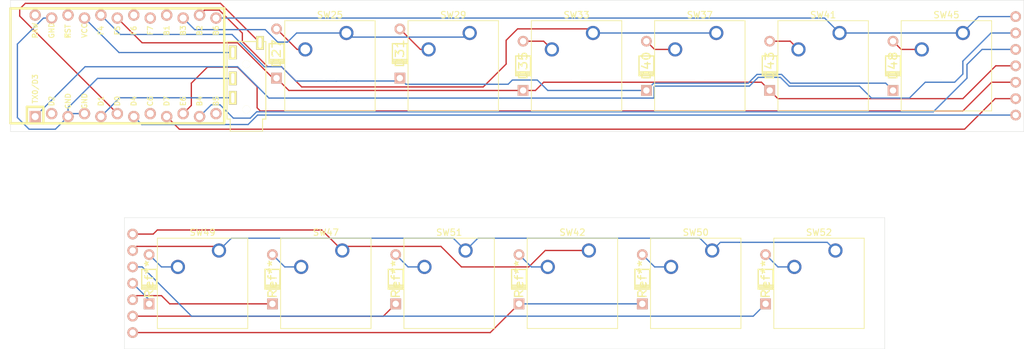
<source format=kicad_pcb>
(kicad_pcb (version 20221018) (generator pcbnew)
  (layers (0 "F.Cu" signal) (31 "B.Cu" signal) (34 "B.Paste" user) (35 "F.Paste" user) (36 "B.SilkS" user "B.Silkscreen") (37 "F.SilkS" user "F.Silkscreen") (38 "B.Mask" user) (39 "F.Mask" user) (44 "Edge.Cuts" user))
  (net 0 "")
  (net 1 "col3")
  (net 2 "Net-(D27-A)")
  (net 3 "Net-(D31-A)")
  (net 4 "col4")
  (net 5 "Net-(D35-A)")
  (net 6 "Net-(D40-A)")
  (net 7 "col5")
  (net 8 "Net-(D43-A)")
  (net 9 "Net-(D41-A)")
  (net 10 "Net-(D48-A)")
  (net 11 "Net-(D45-A)")
  (net 12 "col6")
  (net 13 "Net-(D51-A)")
  (net 14 "Net-(D49-A)")
  (net 15 "Net-(D50-A)")
  (net 16 "Net-(D52-A)")
  (net 17 "rowA")
  (net 18 "rowC")
  (net 19 "rowE")
  (net 20 "rowF")
  (net 21 "rowH")
  (net 22 "rowG")
  (net 23 "SCL")
  (net 24 "VCC")
  (net 25 "GND")
  (net 26 "SDA")
  (footprint "" (layer "F.Cu") (at 62.23 104.14)
    (fp_text reference "" (at 0 0) (layer "F.SilkS") (effects (font (size 1.27 1.27))))
    (fp_text value "" (at 0 0) (layer "F.SilkS") (effects (font (size 1.27 1.27))))
    (pad "1" thru_hole circle (at 0 0 270) (size 1.651 1.651) (drill 0.9906) (layers "*.Cu" "*.SilkS" "*.Mask") (net 7 "col5"))
  )
  (footprint "Library:Diode" (layer "F.Cu") (at 160.655 78.105 -90)
    (fp_text reference "D43" (at 0 0 90) (layer "F.SilkS") (effects (font (size 1.27 1.524) (thickness 0.2032))))
    (fp_text value "VAL**" hide)
    (pad "1" thru_hole circle (at -3.81 0 270) (size 1.651 1.651) (drill 0.9906) (layers "*.Cu" "*.SilkS" "*.Mask") (net 8 "Net-(D43-A)"))
    (pad "2" thru_hole rect (at 3.81 0 270) (size 1.651 1.651) (drill 0.9906) (layers "*.Cu" "*.SilkS" "*.Mask") (net 22 "rowG"))
  )
  (footprint "Library:Diode" (layer "F.Cu") (at 141.605 78.105 -90)
    (fp_text reference "D40" (at 0 0 90) (layer "F.SilkS") (effects (font (size 1.27 1.524) (thickness 0.2032))))
    (fp_text value "VAL**" hide)
    (pad "1" thru_hole circle (at -3.81 0 270) (size 1.651 1.651) (drill 0.9906) (layers "*.Cu" "*.SilkS" "*.Mask") (net 6 "Net-(D40-A)"))
    (pad "2" thru_hole rect (at 3.81 0 270) (size 1.651 1.651) (drill 0.9906) (layers "*.Cu" "*.SilkS" "*.Mask") (net 21 "rowH"))
  )
  (footprint "" (layer "F.Cu") (at 198.659114 78.105)
    (fp_text reference "" (at 0 0) (layer "F.SilkS") (effects (font (size 1.27 1.27))))
    (fp_text value "" (at 0 0) (layer "F.SilkS") (effects (font (size 1.27 1.27))))
    (pad "1" thru_hole circle (at 0 0 270) (size 1.651 1.651) (drill 0.9906) (layers "*.Cu" "*.SilkS" "*.Mask") (net 22 "rowG"))
  )
  (footprint "" (layer "F.Cu") (at 62.23 106.68)
    (fp_text reference "" (at 0 0) (layer "F.SilkS") (effects (font (size 1.27 1.27))))
    (fp_text value "" (at 0 0) (layer "F.SilkS") (effects (font (size 1.27 1.27))))
    (pad "1" thru_hole circle (at 0 0 270) (size 1.651 1.651) (drill 0.9906) (layers "*.Cu" "*.SilkS" "*.Mask") (net 12 "col6"))
  )
  (footprint "Library:Diode" (layer "F.Cu") (at 84.455 76.2 -90)
    (fp_text reference "D27" (at 0 0 90) (layer "F.SilkS") (effects (font (size 1.27 1.524) (thickness 0.2032))))
    (fp_text value "VAL**" hide)
    (pad "1" thru_hole circle (at -3.81 0 270) (size 1.651 1.651) (drill 0.9906) (layers "*.Cu" "*.SilkS" "*.Mask") (net 2 "Net-(D27-A)"))
    (pad "2" thru_hole rect (at 3.81 0 270) (size 1.651 1.651) (drill 0.9906) (layers "*.Cu" "*.SilkS" "*.Mask") (net 22 "rowG"))
  )
  (footprint "" (layer "F.Cu") (at 198.659114 83.185)
    (fp_text reference "" (at 0 0) (layer "F.SilkS") (effects (font (size 1.27 1.27))))
    (fp_text value "" (at 0 0) (layer "F.SilkS") (effects (font (size 1.27 1.27))))
    (pad "1" thru_hole circle (at 0 0 270) (size 1.651 1.651) (drill 0.9906) (layers "*.Cu" "*.SilkS" "*.Mask") (net 19 "rowE"))
  )
  (footprint "Library:Diode" (layer "F.Cu") (at 160.02 111.125 -90)
    (fp_text reference "Ref**" (at 0 0 90) (layer "F.SilkS") (effects (font (size 1.27 1.524) (thickness 0.2032))))
    (fp_text value "VAL**" hide)
    (pad "1" thru_hole circle (at -3.81 0 270) (size 1.651 1.651) (drill 0.9906) (layers "*.Cu" "*.SilkS" "*.Mask") (net 16 "Net-(D52-A)"))
    (pad "2" thru_hole rect (at 3.81 0 270) (size 1.651 1.651) (drill 0.9906) (layers "*.Cu" "*.SilkS" "*.Mask") (net 17 "rowA"))
  )
  (footprint "Library:Diode" (layer "F.Cu") (at 103.505 76.2 -90)
    (fp_text reference "D31" (at 0 0 90) (layer "F.SilkS") (effects (font (size 1.27 1.524) (thickness 0.2032))))
    (fp_text value "VAL**" hide)
    (pad "1" thru_hole circle (at -3.81 0 270) (size 1.651 1.651) (drill 0.9906) (layers "*.Cu" "*.SilkS" "*.Mask") (net 3 "Net-(D31-A)"))
    (pad "2" thru_hole rect (at 3.81 0 270) (size 1.651 1.651) (drill 0.9906) (layers "*.Cu" "*.SilkS" "*.Mask") (net 21 "rowH"))
  )
  (footprint "" (layer "F.Cu") (at 62.23 114.3)
    (fp_text reference "" (at 0 0) (layer "F.SilkS") (effects (font (size 1.27 1.27))))
    (fp_text value "" (at 0 0) (layer "F.SilkS") (effects (font (size 1.27 1.27))))
    (pad "1" thru_hole circle (at 0 0 270) (size 1.651 1.651) (drill 0.9906) (layers "*.Cu" "*.SilkS" "*.Mask") (net 20 "rowF"))
  )
  (footprint "Library:Diode" (layer "F.Cu") (at 64.77 111.125 -90)
    (fp_text reference "Ref**" (at 0 0 90) (layer "F.SilkS") (effects (font (size 1.27 1.524) (thickness 0.2032))))
    (fp_text value "VAL**" hide)
    (pad "1" thru_hole circle (at -3.81 0 270) (size 1.651 1.651) (drill 0.9906) (layers "*.Cu" "*.SilkS" "*.Mask") (net 13 "Net-(D51-A)"))
    (pad "2" thru_hole rect (at 3.81 0 270) (size 1.651 1.651) (drill 0.9906) (layers "*.Cu" "*.SilkS" "*.Mask") (net 22 "rowG"))
  )
  (footprint "Button_Switch_Keyboard:SW_Cherry_MX_1.00u_PCB" (layer "F.Cu") (at 170.815 106.68)
    (fp_text reference "SW52" (at -2.54 -2.794) (layer "F.SilkS"))
    (fp_text value "KEYSW")
    (pad "" np_thru_hole circle (at -7.62 5.08) (size 1.7 1.7) (drill 1.7) (layers "*.Cu" "*.Mask"))
    (pad "" np_thru_hole circle (at -2.54 5.08) (size 4 4) (drill 4) (layers "*.Cu" "*.Mask"))
    (pad "" np_thru_hole circle (at 2.54 5.08) (size 1.7 1.7) (drill 1.7) (layers "*.Cu" "*.Mask"))
    (pad "1" thru_hole circle (at 0 0) (size 2.2 2.2) (drill 1.5) (layers "*.Cu" "*.Mask") (net 12 "col6"))
    (pad "2" thru_hole circle (at -6.35 2.54) (size 2.2 2.2) (drill 1.5) (layers "*.Cu" "*.Mask") (net 16 "Net-(D52-A)"))
  )
  (footprint "Library:Diode" (layer "F.Cu") (at 102.87 111.125 -90)
    (fp_text reference "Ref**" (at 0 0 90) (layer "F.SilkS") (effects (font (size 1.27 1.524) (thickness 0.2032))))
    (fp_text value "VAL**" hide)
    (pad "1" thru_hole circle (at -3.81 0 270) (size 1.651 1.651) (drill 0.9906) (layers "*.Cu" "*.SilkS" "*.Mask") (net 15 "Net-(D50-A)"))
    (pad "2" thru_hole rect (at 3.81 0 270) (size 1.651 1.651) (drill 0.9906) (layers "*.Cu" "*.SilkS" "*.Mask") (net 19 "rowE"))
  )
  (footprint "Library:TRRS" (layer "F.Cu") (at 79.80017 86.347486 180)
    (fp_text reference "J2" hide)
    (fp_text value "4PIN" hide)
    (pad "" np_thru_hole circle (at 0 1.5 180) (size 1.2 1.2) (drill 1.2) (layers "*.Cu" "*.Mask" "F.SilkS"))
    (pad "" np_thru_hole circle (at 0 8.5 180) (size 1.2 1.2) (drill 1.2) (layers "*.Cu" "*.Mask" "F.SilkS"))
    (pad "1" thru_hole rect (at 2.1 10.3 180) (size 1.2 2.1) (drill oval 0.5 1.6) (layers "*.Cu" "*.Mask" "F.SilkS") (net 24 "VCC") (clearance 0.15))
    (pad "2" thru_hole rect (at 2.1 6.3 180) (size 1.2 2.1) (drill oval 0.5 1.6) (layers "*.Cu" "*.Mask" "F.SilkS") (net 25 "GND") (clearance 0.15))
    (pad "3" thru_hole rect (at 2.1 3.3 180) (size 1.2 2.1) (drill oval 0.5 1.6) (layers "*.Cu" "*.Mask" "F.SilkS") (net 26 "SDA") (clearance 0.15))
    (pad "4" thru_hole rect (at -2.1 11.8 180) (size 1.2 2.1) (drill oval 0.5 1.6) (layers "*.Cu" "*.Mask" "F.SilkS") (net 23 "SCL") (clearance 0.15))
  )
  (footprint "Library:Diode" (layer "F.Cu") (at 179.705 78.105 -90)
    (fp_text reference "D48" (at 0 0 90) (layer "F.SilkS") (effects (font (size 1.27 1.524) (thickness 0.2032))))
    (fp_text value "VAL**" hide)
    (pad "1" thru_hole circle (at -3.81 0 270) (size 1.651 1.651) (drill 0.9906) (layers "*.Cu" "*.SilkS" "*.Mask") (net 10 "Net-(D48-A)"))
    (pad "2" thru_hole rect (at 3.81 0 270) (size 1.651 1.651) (drill 0.9906) (layers "*.Cu" "*.SilkS" "*.Mask") (net 21 "rowH"))
  )
  (footprint "" (layer "F.Cu") (at 62.23 116.84)
    (fp_text reference "" (at 0 0) (layer "F.SilkS") (effects (font (size 1.27 1.27))))
    (fp_text value "" (at 0 0) (layer "F.SilkS") (effects (font (size 1.27 1.27))))
    (pad "1" thru_hole circle (at 0 0 270) (size 1.651 1.651) (drill 0.9906) (layers "*.Cu" "*.SilkS" "*.Mask") (net 19 "rowE"))
  )
  (footprint "Button_Switch_Keyboard:SW_Cherry_MX_1.00u_PCB" (layer "F.Cu") (at 95.25 73.025)
    (fp_text reference "SW25" (at -2.54 -2.794) (layer "F.SilkS"))
    (fp_text value "KEYSW")
    (pad "" np_thru_hole circle (at -7.62 5.08) (size 1.7 1.7) (drill 1.7) (layers "*.Cu" "*.Mask"))
    (pad "" np_thru_hole circle (at -2.54 5.08) (size 4 4) (drill 4) (layers "*.Cu" "*.Mask"))
    (pad "" np_thru_hole circle (at 2.54 5.08) (size 1.7 1.7) (drill 1.7) (layers "*.Cu" "*.Mask"))
    (pad "1" thru_hole circle (at 0 0) (size 2.2 2.2) (drill 1.5) (layers "*.Cu" "*.Mask") (net 1 "col3"))
    (pad "2" thru_hole circle (at -6.35 2.54) (size 2.2 2.2) (drill 1.5) (layers "*.Cu" "*.Mask") (net 2 "Net-(D27-A)"))
  )
  (footprint "Library:Diode" (layer "F.Cu") (at 122.555 78.105 -90)
    (fp_text reference "D35" (at 0 0 90) (layer "F.SilkS") (effects (font (size 1.27 1.524) (thickness 0.2032))))
    (fp_text value "VAL**" hide)
    (pad "1" thru_hole circle (at -3.81 0 270) (size 1.651 1.651) (drill 0.9906) (layers "*.Cu" "*.SilkS" "*.Mask") (net 5 "Net-(D35-A)"))
    (pad "2" thru_hole rect (at 3.81 0 270) (size 1.651 1.651) (drill 0.9906) (layers "*.Cu" "*.SilkS" "*.Mask") (net 22 "rowG"))
  )
  (footprint "Button_Switch_Keyboard:SW_Cherry_MX_1.00u_PCB" (layer "F.Cu") (at 152.4 73.025)
    (fp_text reference "SW37" (at -2.54 -2.794) (layer "F.SilkS"))
    (fp_text value "KEYSW")
    (pad "" np_thru_hole circle (at -7.62 5.08) (size 1.7 1.7) (drill 1.7) (layers "*.Cu" "*.Mask"))
    (pad "" np_thru_hole circle (at -2.54 5.08) (size 4 4) (drill 4) (layers "*.Cu" "*.Mask"))
    (pad "" np_thru_hole circle (at 2.54 5.08) (size 1.7 1.7) (drill 1.7) (layers "*.Cu" "*.Mask"))
    (pad "1" thru_hole circle (at 0 0) (size 2.2 2.2) (drill 1.5) (layers "*.Cu" "*.Mask") (net 4 "col4"))
    (pad "2" thru_hole circle (at -6.35 2.54) (size 2.2 2.2) (drill 1.5) (layers "*.Cu" "*.Mask") (net 6 "Net-(D40-A)"))
  )
  (footprint "Button_Switch_Keyboard:SW_Cherry_MX_1.00u_PCB" (layer "F.Cu") (at 132.715 106.68)
    (fp_text reference "SW42" (at -2.54 -2.794) (layer "F.SilkS"))
    (fp_text value "KEYSW")
    (pad "" np_thru_hole circle (at -7.62 5.08) (size 1.7 1.7) (drill 1.7) (layers "*.Cu" "*.Mask"))
    (pad "" np_thru_hole circle (at -2.54 5.08) (size 4 4) (drill 4) (layers "*.Cu" "*.Mask"))
    (pad "" np_thru_hole circle (at 2.54 5.08) (size 1.7 1.7) (drill 1.7) (layers "*.Cu" "*.Mask"))
    (pad "1" thru_hole circle (at 0 0) (size 2.2 2.2) (drill 1.5) (layers "*.Cu" "*.Mask") (net 7 "col5"))
    (pad "2" thru_hole circle (at -6.35 2.54) (size 2.2 2.2) (drill 1.5) (layers "*.Cu" "*.Mask") (net 9 "Net-(D41-A)"))
  )
  (footprint "" (layer "F.Cu") (at 62.23 109.22)
    (fp_text reference "" (at 0 0) (layer "F.SilkS") (effects (font (size 1.27 1.27))))
    (fp_text value "" (at 0 0) (layer "F.SilkS") (effects (font (size 1.27 1.27))))
    (pad "1" thru_hole circle (at 0 0 270) (size 1.651 1.651) (drill 0.9906) (layers "*.Cu" "*.SilkS" "*.Mask") (net 17 "rowA"))
  )
  (footprint "Button_Switch_Keyboard:SW_Cherry_MX_1.00u_PCB" (layer "F.Cu") (at 114.3 73.025)
    (fp_text reference "SW29" (at -2.54 -2.794) (layer "F.SilkS"))
    (fp_text value "KEYSW")
    (pad "" np_thru_hole circle (at -7.62 5.08) (size 1.7 1.7) (drill 1.7) (layers "*.Cu" "*.Mask"))
    (pad "" np_thru_hole circle (at -2.54 5.08) (size 4 4) (drill 4) (layers "*.Cu" "*.Mask"))
    (pad "" np_thru_hole circle (at 2.54 5.08) (size 1.7 1.7) (drill 1.7) (layers "*.Cu" "*.Mask"))
    (pad "1" thru_hole circle (at 0 0) (size 2.2 2.2) (drill 1.5) (layers "*.Cu" "*.Mask") (net 1 "col3"))
    (pad "2" thru_hole circle (at -6.35 2.54) (size 2.2 2.2) (drill 1.5) (layers "*.Cu" "*.Mask") (net 3 "Net-(D31-A)"))
  )
  (footprint "" (layer "F.Cu") (at 198.659114 73.025)
    (fp_text reference "" (at 0 0) (layer "F.SilkS") (effects (font (size 1.27 1.27))))
    (fp_text value "" (at 0 0) (layer "F.SilkS") (effects (font (size 1.27 1.27))))
    (pad "1" thru_hole circle (at 0 0 270) (size 1.651 1.651) (drill 0.9906) (layers "*.Cu" "*.SilkS" "*.Mask") (net 12 "col6"))
  )
  (footprint "Button_Switch_Keyboard:SW_Cherry_MX_1.00u_PCB" (layer "F.Cu") (at 133.35 73.025)
    (fp_text reference "SW33" (at -2.54 -2.794) (layer "F.SilkS"))
    (fp_text value "KEYSW")
    (pad "" np_thru_hole circle (at -7.62 5.08) (size 1.7 1.7) (drill 1.7) (layers "*.Cu" "*.Mask"))
    (pad "" np_thru_hole circle (at -2.54 5.08) (size 4 4) (drill 4) (layers "*.Cu" "*.Mask"))
    (pad "" np_thru_hole circle (at 2.54 5.08) (size 1.7 1.7) (drill 1.7) (layers "*.Cu" "*.Mask"))
    (pad "1" thru_hole circle (at 0 0) (size 2.2 2.2) (drill 1.5) (layers "*.Cu" "*.Mask") (net 4 "col4"))
    (pad "2" thru_hole circle (at -6.35 2.54) (size 2.2 2.2) (drill 1.5) (layers "*.Cu" "*.Mask") (net 5 "Net-(D35-A)"))
  )
  (footprint "Button_Switch_Keyboard:SW_Cherry_MX_1.00u_PCB" (layer "F.Cu") (at 171.45 73.025)
    (fp_text reference "SW41" (at -2.54 -2.794) (layer "F.SilkS"))
    (fp_text value "KEYSW")
    (pad "" np_thru_hole circle (at -7.62 5.08) (size 1.7 1.7) (drill 1.7) (layers "*.Cu" "*.Mask"))
    (pad "" np_thru_hole circle (at -2.54 5.08) (size 4 4) (drill 4) (layers "*.Cu" "*.Mask"))
    (pad "" np_thru_hole circle (at 2.54 5.08) (size 1.7 1.7) (drill 1.7) (layers "*.Cu" "*.Mask"))
    (pad "1" thru_hole circle (at 0 0) (size 2.2 2.2) (drill 1.5) (layers "*.Cu" "*.Mask") (net 7 "col5"))
    (pad "2" thru_hole circle (at -6.35 2.54) (size 2.2 2.2) (drill 1.5) (layers "*.Cu" "*.Mask") (net 8 "Net-(D43-A)"))
  )
  (footprint "" (layer "F.Cu") (at 198.659114 75.565)
    (fp_text reference "" (at 0 0) (layer "F.SilkS") (effects (font (size 1.27 1.27))))
    (fp_text value "" (at 0 0) (layer "F.SilkS") (effects (font (size 1.27 1.27))))
    (pad "1" thru_hole circle (at 0 0 270) (size 1.651 1.651) (drill 0.9906) (layers "*.Cu" "*.SilkS" "*.Mask") (net 17 "rowA"))
  )
  (footprint "Button_Switch_Keyboard:SW_Cherry_MX_1.00u_PCB" (layer "F.Cu") (at 94.615 106.68)
    (fp_text reference "SW47" (at -2.54 -2.794) (layer "F.SilkS"))
    (fp_text value "KEYSW")
    (pad "" np_thru_hole circle (at -7.62 5.08) (size 1.7 1.7) (drill 1.7) (layers "*.Cu" "*.Mask"))
    (pad "" np_thru_hole circle (at -2.54 5.08) (size 4 4) (drill 4) (layers "*.Cu" "*.Mask"))
    (pad "" np_thru_hole circle (at 2.54 5.08) (size 1.7 1.7) (drill 1.7) (layers "*.Cu" "*.Mask"))
    (pad "1" thru_hole circle (at 0 0) (size 2.2 2.2) (drill 1.5) (layers "*.Cu" "*.Mask") (net 7 "col5"))
    (pad "2" thru_hole circle (at -6.35 2.54) (size 2.2 2.2) (drill 1.5) (layers "*.Cu" "*.Mask") (net 11 "Net-(D45-A)"))
  )
  (footprint "" (layer "F.Cu") (at 198.659114 85.725)
    (fp_text reference "" (at 0 0) (layer "F.SilkS") (effects (font (size 1.27 1.27))))
    (fp_text value "" (at 0 0) (layer "F.SilkS") (effects (font (size 1.27 1.27))))
    (pad "1" thru_hole circle (at 0 0 270) (size 1.651 1.651) (drill 0.9906) (layers "*.Cu" "*.SilkS" "*.Mask") (net 18 "rowC"))
  )
  (footprint "Button_Switch_Keyboard:SW_Cherry_MX_1.00u_PCB" (layer "F.Cu") (at 190.5 73.025)
    (fp_text reference "SW45" (at -2.54 -2.794) (layer "F.SilkS"))
    (fp_text value "KEYSW")
    (pad "" np_thru_hole circle (at -7.62 5.08) (size 1.7 1.7) (drill 1.7) (layers "*.Cu" "*.Mask"))
    (pad "" np_thru_hole circle (at -2.54 5.08) (size 4 4) (drill 4) (layers "*.Cu" "*.Mask"))
    (pad "" np_thru_hole circle (at 2.54 5.08) (size 1.7 1.7) (drill 1.7) (layers "*.Cu" "*.Mask"))
    (pad "1" thru_hole circle (at 0 0) (size 2.2 2.2) (drill 1.5) (layers "*.Cu" "*.Mask") (net 7 "col5"))
    (pad "2" thru_hole circle (at -6.35 2.54) (size 2.2 2.2) (drill 1.5) (layers "*.Cu" "*.Mask") (net 10 "Net-(D48-A)"))
  )
  (footprint "Button_Switch_Keyboard:SW_Cherry_MX_1.00u_PCB" (layer "F.Cu") (at 151.765 106.68)
    (fp_text reference "SW50" (at -2.54 -2.794) (layer "F.SilkS"))
    (fp_text value "KEYSW")
    (pad "" np_thru_hole circle (at -7.62 5.08) (size 1.7 1.7) (drill 1.7) (layers "*.Cu" "*.Mask"))
    (pad "" np_thru_hole circle (at -2.54 5.08) (size 4 4) (drill 4) (layers "*.Cu" "*.Mask"))
    (pad "" np_thru_hole circle (at 2.54 5.08) (size 1.7 1.7) (drill 1.7) (layers "*.Cu" "*.Mask"))
    (pad "1" thru_hole circle (at 0 0) (size 2.2 2.2) (drill 1.5) (layers "*.Cu" "*.Mask") (net 12 "col6"))
    (pad "2" thru_hole circle (at -6.35 2.54) (size 2.2 2.2) (drill 1.5) (layers "*.Cu" "*.Mask") (net 14 "Net-(D49-A)"))
  )
  (footprint "Library:Diode" (layer "F.Cu") (at 140.97 111.125 -90)
    (fp_text reference "Ref**" (at 0 0 90) (layer "F.SilkS") (effects (font (size 1.27 1.524) (thickness 0.2032))))
    (fp_text value "VAL**" hide)
    (pad "1" thru_hole circle (at -3.81 0 270) (size 1.651 1.651) (drill 0.9906) (layers "*.Cu" "*.SilkS" "*.Mask") (net 14 "Net-(D49-A)"))
    (pad "2" thru_hole rect (at 3.81 0 270) (size 1.651 1.651) (drill 0.9906) (layers "*.Cu" "*.SilkS" "*.Mask") (net 18 "rowC"))
  )
  (footprint "Library:Diode" (layer "F.Cu") (at 121.92 111.125 -90)
    (fp_text reference "Ref**" (at 0 0 90) (layer "F.SilkS") (effects (font (size 1.27 1.524) (thickness 0.2032))))
    (fp_text value "VAL**" hide)
    (pad "1" thru_hole circle (at -3.81 0 270) (size 1.651 1.651) (drill 0.9906) (layers "*.Cu" "*.SilkS" "*.Mask") (net 9 "Net-(D41-A)"))
    (pad "2" thru_hole rect (at 3.81 0 270) (size 1.651 1.651) (drill 0.9906) (layers "*.Cu" "*.SilkS" "*.Mask") (net 18 "rowC"))
  )
  (footprint "" (layer "F.Cu") (at 198.659114 80.645)
    (fp_text reference "" (at 0 0) (layer "F.SilkS") (effects (font (size 1.27 1.27))))
    (fp_text value "" (at 0 0) (layer "F.SilkS") (effects (font (size 1.27 1.27))))
    (pad "1" thru_hole circle (at 0 0 270) (size 1.651 1.651) (drill 0.9906) (layers "*.Cu" "*.SilkS" "*.Mask") (net 20 "rowF"))
  )
  (footprint "" (layer "F.Cu") (at 62.23 111.76)
    (fp_text reference "" (at 0 0) (layer "F.SilkS") (effects (font (size 1.27 1.27))))
    (fp_text value "" (at 0 0) (layer "F.SilkS") (effects (font (size 1.27 1.27))))
    (pad "1" thru_hole circle (at 0 0 270) (size 1.651 1.651) (drill 0.9906) (layers "*.Cu" "*.SilkS" "*.Mask") (net 22 "rowG"))
  )
  (footprint "Library:ArduinoProMicro-ZigZag" (layer "F.Cu") (at 61.133 78.105)
    (fp_text reference "U1" hide)
    (fp_text value "ProMicro-18mil-offset" hide)
    (fp_text user "D1" (at -3.81 5.461 90) (layer "F.SilkS") (effects (font (size 0.8 0.8))))
    (fp_text user "B4" (at 11.43 5.461 90) (layer "F.SilkS") (effects (font (size 0.8 0.8))))
    (fp_text user "C6" (at 3.81 5.461 90) (layer "F.SilkS") (effects (font (size 0.8 0.8))))
    (fp_text user "B6" (at 13.97 -5.461 90) (layer "F.SilkS") (effects (font (size 0.8 0.8))))
    (fp_text user "B3" (at 8.89 -5.461 90) (layer "F.SilkS") (effects (font (size 0.8 0.8))))
    (fp_text user "D0" (at -1.27 5.461 90) (layer "F.SilkS") (effects (font (size 0.8 0.8))))
    (fp_text user "ST" (at -8.92 -5.73312 90) (layer "F.SilkS") (effects (font (size 0.8 0.8))))
    (fp_text user "GND" (at -11.43 -5.461 90) (layer "F.SilkS") (effects (font (size 0.8 0.8))))
    (fp_text user "F6" (at 1.27 -5.461 90) (layer "F.SilkS") (effects (font (size 0.8 0.8))))
    (fp_text user "B1" (at 6.35 -5.461 90) (layer "F.SilkS") (effects (font (size 0.8 0.8))))
    (fp_text user "D2" (at -11.43 5.461 90) (layer "F.SilkS") (effects (font (size 0.8 0.8))))
    (fp_text user "B5" (at 13.97 5.461 90) (layer "F.SilkS") (effects (font (size 0.8 0.8))))
    (fp_text user "RAW" (at -13.97 -5.461 90) (layer "F.SilkS") (effects (font (size 0.8 0.8))))
    (fp_text user "D4" (at 1.27 5.461 90) (layer "F.SilkS") (effects (font (size 0.8 0.8))))
    (fp_text user "F5" (at -1.27 -5.461 90) (layer "F.SilkS") (effects (font (size 0.8 0.8))))
    (fp_text user "B2" (at 11.43 -5.461 90) (layer "F.SilkS") (effects (font (size 0.8 0.8))))
    (fp_text user "F4" (at -3.81 -5.461 90) (layer "F.SilkS") (effects (font (size 0.8 0.8))))
    (fp_text user "GND" (at -8.89 5.461 90) (layer "F.SilkS") (effects (font (size 0.8 0.8))))
    (fp_text user "E6" (at 8.89 5.461 90) (layer "F.SilkS") (effects (font (size 0.8 0.8))))
    (fp_text user "VCC" (at -6.35 -5.461 90) (layer "F.SilkS") (effects (font (size 0.8 0.8))))
    (fp_text user "GND" (at -6.35 5.461 90) (layer "F.SilkS") (effects (font (size 0.8 0.8))))
    (fp_text user "TX0/D3" (at -13.97 3.571872 90) (layer "F.SilkS") (effects (font (size 0.8 0.8))))
    (fp_text user "F7" (at 3.81 -5.461 90) (layer "F.SilkS") (effects (font (size 0.8 0.8))))
    (fp_text user "D7" (at 6.35 5.461 90) (layer "F.SilkS") (effects (font (size 0.8 0.8))))
    (pad "1" thru_hole rect (at -13.97 7.8486) (size 1.7526 1.7526) (drill 1.0922) (layers "*.Cu" "*.SilkS" "*.Mask") (net 12 "col6"))
    (pad "2" thru_hole circle (at -11.43 7.3914) (size 1.7526 1.7526) (drill 1.0922) (layers "*.Cu" "*.SilkS" "*.Mask"))
    (pad "3" thru_hole circle (at -8.89 7.8486) (size 1.7526 1.7526) (drill 1.0922) (layers "*.Cu" "*.SilkS" "*.Mask") (net 25 "GND"))
    (pad "4" thru_hole circle (at -6.35 7.3914) (size 1.7526 1.7526) (drill 1.0922) (layers "*.Cu" "*.SilkS" "*.Mask") (net 25 "GND"))
    (pad "5" thru_hole circle (at -3.81 7.8486) (size 1.7526 1.7526) (drill 1.0922) (layers "*.Cu" "*.SilkS" "*.Mask") (net 26 "SDA"))
    (pad "6" thru_hole circle (at -1.27 7.3914) (size 1.7526 1.7526) (drill 1.0922) (layers "*.Cu" "*.SilkS" "*.Mask") (net 23 "SCL"))
    (pad "7" thru_hole circle (at 1.27 7.8486) (size 1.7526 1.7526) (drill 1.0922) (layers "*.Cu" "*.SilkS" "*.Mask") (net 18 "rowC"))
    (pad "8" thru_hole circle (at 3.81 7.3914) (size 1.7526 1.7526) (drill 1.0922) (layers "*.Cu" "*.SilkS" "*.Mask"))
    (pad "9" thru_hole circle (at 6.35 7.8486) (size 1.7526 1.7526) (drill 1.0922) (layers "*.Cu" "*.SilkS" "*.Mask") (net 19 "rowE"))
    (pad "10" thru_hole circle (at 8.89 7.3914) (size 1.7526 1.7526) (drill 1.0922) (layers "*.Cu" "*.SilkS" "*.Mask") (net 20 "rowF"))
    (pad "11" thru_hole circle (at 11.43 7.8486) (size 1.7526 1.7526) (drill 1.0922) (layers "*.Cu" "*.SilkS" "*.Mask") (net 17 "rowA"))
    (pad "12" thru_hole circle (at 13.97 7.3914) (size 1.7526 1.7526) (drill 1.0922) (layers "*.Cu" "*.SilkS" "*.Mask"))
    (pad "13" thru_hole circle (at 13.97 -7.3914) (size 1.7526 1.7526) (drill 1.0922) (layers "*.Cu" "*.SilkS" "*.Mask") (net 7 "col5"))
    (pad "14" thru_hole circle (at 11.43 -7.8486) (size 1.7526 1.7526) (drill 1.0922) (layers "*.Cu" "*.SilkS" "*.Mask") (net 4 "col4"))
    (pad "15" thru_hole circle (at 8.89 -7.3914) (size 1.7526 1.7526) (drill 1.0922) (layers "*.Cu" "*.SilkS" "*.Mask") (net 1 "col3"))
    (pad "16" thru_hole circle (at 6.35 -7.8486) (size 1.7526 1.7526) (drill 1.0922) (layers "*.Cu" "*.SilkS" "*.Mask"))
    (pad "17" thru_hole circle (at 3.81 -7.3914) (size 1.7526 1.7526) (drill 1.0922) (layers "*.Cu" "*.SilkS" "*.Mask"))
    (pad "18" thru_hole circle (at 1.27 -7.8486) (size 1.7526 1.7526) (drill 1.0922) (layers "*.Cu" "*.SilkS" "*.Mask"))
    (pad "19" thru_hole circle (at -1.27 -7.3914) (size 1.7526 1.7526) (drill 1.0922) (layers "*.Cu" "*.SilkS" "*.Mask") (net 22 "rowG"))
    (pad "20" thru_hole circle (at -3.81 -7.8486) (size 1.7526 1.7526) (drill 1.0922) (layers "*.Cu" "*.SilkS" "*.Mask") (net 21 "rowH"))
    (pad "21" thru_hole circle (at -6.35 -7.3914) (size 1.7526 1.7526) (drill 1.0922) (layers "*.Cu" "*.SilkS" "*.Mask") (net 24 "VCC"))
    (pad "22" thru_hole circle (at -8.89 -7.8486) (size 1.7526 1.7526) (drill 1.0922) (layers "*.Cu" "*.SilkS" "*.Mask"))
    (pad "23" thru_hole circle (at -11.43 -7.3914) (size 1.7526 1.7526) (drill 1.0922) (layers "*.Cu" "*.SilkS" "*.Mask") (net 25 "GND"))
    (pad "24" thru_hole circle (at -13.97 -7.8486) (size 1.7526 1.7526) (drill 1.0922) (layers "*.Cu" "*.SilkS" "*.Mask"))
  )
  (footprint "Button_Switch_Keyboard:SW_Cherry_MX_1.00u_PCB" (layer "F.Cu") (at 113.665 106.68)
    (fp_text reference "SW51" (at -2.54 -2.794) (layer "F.SilkS"))
    (fp_text value "KEYSW")
    (pad "" np_thru_hole circle (at -7.62 5.08) (size 1.7 1.7) (drill 1.7) (layers "*.Cu" "*.Mask"))
    (pad "" np_thru_hole circle (at -2.54 5.08) (size 4 4) (drill 4) (layers "*.Cu" "*.Mask"))
    (pad "" np_thru_hole circle (at 2.54 5.08) (size 1.7 1.7) (drill 1.7) (layers "*.Cu" "*.Mask"))
    (pad "1" thru_hole circle (at 0 0) (size 2.2 2.2) (drill 1.5) (layers "*.Cu" "*.Mask") (net 12 "col6"))
    (pad "2" thru_hole circle (at -6.35 2.54) (size 2.2 2.2) (drill 1.5) (layers "*.Cu" "*.Mask") (net 15 "Net-(D50-A)"))
  )
  (footprint "Button_Switch_Keyboard:SW_Cherry_MX_1.00u_PCB" (layer "F.Cu") (at 75.565 106.68)
    (fp_text reference "SW49" (at -2.54 -2.794) (layer "F.SilkS"))
    (fp_text value "KEYSW")
    (pad "" np_thru_hole circle (at -7.62 5.08) (size 1.7 1.7) (drill 1.7) (layers "*.Cu" "*.Mask"))
    (pad "" np_thru_hole circle (at -2.54 5.08) (size 4 4) (drill 4) (layers "*.Cu" "*.Mask"))
    (pad "" np_thru_hole circle (at 2.54 5.08) (size 1.7 1.7) (drill 1.7) (layers "*.Cu" "*.Mask"))
    (pad "1" thru_hole circle (at 0 0) (size 2.2 2.2) (drill 1.5) (layers "*.Cu" "*.Mask") (net 12 "col6"))
    (pad "2" thru_hole circle (at -6.35 2.54) (size 2.2 2.2) (drill 1.5) (layers "*.Cu" "*.Mask") (net 13 "Net-(D51-A)"))
  )
  (footprint "Library:Diode" (layer "F.Cu") (at 83.82 111.125 -90)
    (fp_text reference "Ref**" (at 0 0 90) (layer "F.SilkS") (effects (font (size 1.27 1.524) (thickness 0.2032))))
    (fp_text value "VAL**" hide)
    (pad "1" thru_hole circle (at -3.81 0 270) (size 1.651 1.651) (drill 0.9906) (layers "*.Cu" "*.SilkS" "*.Mask") (net 11 "Net-(D45-A)"))
    (pad "2" thru_hole rect (at 3.81 0 270) (size 1.651 1.651) (drill 0.9906) (layers "*.Cu" "*.SilkS" "*.Mask") (net 20 "rowF"))
  )
  (footprint "" (layer "F.Cu") (at 198.659114 70.485)
    (fp_text reference "" (at 0 0) (layer "F.SilkS") (effects (font (size 1.27 1.27))))
    (fp_text value "" (at 0 0) (layer "F.SilkS") (effects (font (size 1.27 1.27))))
    (pad "1" thru_hole circle (at 0 0 270) (size 1.651 1.651) (drill 0.9906) (layers "*.Cu" "*.SilkS" "*.Mask") (net 7 "col5"))
  )
  (footprint "" (layer "F.Cu") (at 62.23 119.38)
    (fp_text reference "" (at 0 0) (layer "F.SilkS") (effects (font (size 1.27 1.27))))
    (fp_text value "" (at 0 0) (layer "F.SilkS") (effects (font (size 1.27 1.27))))
    (pad "1" thru_hole circle (at 0 0 270) (size 1.651 1.651) (drill 0.9906) (layers "*.Cu" "*.SilkS" "*.Mask") (net 18 "rowC"))
  )
  (gr_line (start 178.435 121.92) (end 178.435 101.6) (stroke (width 0.05)) (layer "Edge.Cuts"))
  (gr_line (start 43.353 70.6295) (end 43.353 85.8695) (stroke (width 0.05)) (layer "Edge.Cuts"))
  (gr_line (start 43.353 67.945) (end 43.353 88.265) (stroke (width 0.05)) (layer "Edge.Cuts"))
  (gr_line (start 43.353 88.265) (end 199.929114 88.265) (stroke (width 0.05)) (layer "Edge.Cuts"))
  (gr_line (start 178.435 101.6) (end 60.96 101.6) (stroke (width 0.05)) (layer "Edge.Cuts"))
  (gr_line (start 60.96 121.92) (end 178.435 121.92) (stroke (width 0.05)) (layer "Edge.Cuts"))
  (gr_line (start 199.929114 67.945) (end 43.353 67.945) (stroke (width 0.05)) (layer "Edge.Cuts"))
  (gr_line (start 199.929114 88.265) (end 199.929114 67.945) (stroke (width 0.05)) (layer "Edge.Cuts"))
  (gr_line (start 60.96 101.6) (end 60.96 121.92) (stroke (width 0.05)) (layer "Edge.Cuts"))
  (segment (start 113.665224 73.659776) (end 95.884776 73.659776) (width 0.2) (layer "B.Cu") (net 1))
  (segment (start 95.884776 73.659776) (end 95.25 73.025) (width 0.2) (layer "B.Cu") (net 1))
  (segment (start 71.812366 72.502966) (end 70.023 70.7136) (width 0.2) (layer "B.Cu") (net 1))
  (segment (start 95.25 73.025) (end 87.561505 73.025) (width 0.2) (layer "B.Cu") (net 1))
  (segment (start 114.3 73.025) (end 113.665224 73.659776) (width 0.2) (layer "B.Cu") (net 1))
  (segment (start 82.705251 72.502966) (end 71.812366 72.502966) (width 0.2) (layer "B.Cu") (net 1))
  (segment (start 86.155522 74.430983) (end 84.633268 74.430983) (width 0.2) (layer "B.Cu") (net 1))
  (segment (start 87.561505 73.025) (end 86.155522 74.430983) (width 0.2) (layer "B.Cu") (net 1))
  (segment (start 84.633268 74.430983) (end 82.705251 72.502966) (width 0.2) (layer "B.Cu") (net 1))
  (segment (start 87.63 75.565) (end 88.9 75.565) (width 0.2) (layer "F.Cu") (net 2))
  (segment (start 84.455 72.39) (end 87.63 75.565) (width 0.2) (layer "F.Cu") (net 2))
  (segment (start 103.505 72.39) (end 106.68 75.565) (width 0.2) (layer "F.Cu") (net 3))
  (segment (start 106.68 75.565) (end 107.95 75.565) (width 0.2) (layer "F.Cu") (net 3))
  (segment (start 79.176556 73.047249) (end 79.176556 74.336259) (width 0.2) (layer "F.Cu") (net 4))
  (segment (start 83.089797 78.2495) (end 85.222 78.2495) (width 0.2) (layer "F.Cu") (net 4))
  (segment (start 88.344345 81.371845) (end 116.391368 81.371845) (width 0.2) (layer "F.Cu") (net 4))
  (segment (start 75.612607 69.4833) (end 79.176556 73.047249) (width 0.2) (layer "F.Cu") (net 4))
  (segment (start 85.222 78.2495) (end 88.344345 81.371845) (width 0.2) (layer "F.Cu") (net 4))
  (segment (start 73.3361 69.4833) (end 75.612607 69.4833) (width 0.2) (layer "F.Cu") (net 4))
  (segment (start 132.714553 72.389553) (end 133.35 73.025) (width 0.2) (layer "F.Cu") (net 4))
  (segment (start 72.563 70.2564) (end 73.3361 69.4833) (width 0.2) (layer "F.Cu") (net 4))
  (segment (start 119.929846 77.833367) (end 119.929846 74.158793) (width 0.2) (layer "F.Cu") (net 4))
  (segment (start 119.929846 74.158793) (end 121.699086 72.389553) (width 0.2) (layer "F.Cu") (net 4))
  (segment (start 79.176556 74.336259) (end 83.089797 78.2495) (width 0.2) (layer "F.Cu") (net 4))
  (segment (start 116.391368 81.371845) (end 119.929846 77.833367) (width 0.2) (layer "F.Cu") (net 4))
  (segment (start 121.699086 72.389553) (end 132.714553 72.389553) (width 0.2) (layer "F.Cu") (net 4))
  (segment (start 152.4 73.025) (end 133.35 73.025) (width 0.2) (layer "B.Cu") (net 4))
  (segment (start 125.73 74.295) (end 127 75.565) (width 0.2) (layer "F.Cu") (net 5))
  (segment (start 122.555 74.295) (end 125.73 74.295) (width 0.2) (layer "F.Cu") (net 5))
  (segment (start 142.875 75.565) (end 146.05 75.565) (width 0.2) (layer "F.Cu") (net 6))
  (segment (start 141.605 74.295) (end 142.875 75.565) (width 0.2) (layer "F.Cu") (net 6))
  (segment (start 123.431867 109.22) (end 125.971867 106.68) (width 0.2) (layer "F.Cu") (net 7))
  (segment (start 125.971867 106.68) (end 132.715 106.68) (width 0.2) (layer "F.Cu") (net 7))
  (segment (start 94.615 106.68) (end 95.25 106.045) (width 0.2) (layer "F.Cu") (net 7))
  (segment (start 109.855 106.045) (end 113.03 109.22) (width 0.2) (layer "F.Cu") (net 7))
  (segment (start 91.44 103.505) (end 66.04 103.505) (width 0.2) (layer "F.Cu") (net 7))
  (segment (start 95.25 106.045) (end 109.855 106.045) (width 0.2) (layer "F.Cu") (net 7))
  (segment (start 94.615 106.68) (end 91.44 103.505) (width 0.2) (layer "F.Cu") (net 7))
  (segment (start 66.04 103.505) (end 65.405 104.14) (width 0.2) (layer "F.Cu") (net 7))
  (segment (start 65.405 104.14) (end 62.865 104.14) (width 0.2) (layer "F.Cu") (net 7))
  (segment (start 113.03 109.22) (end 123.431867 109.22) (width 0.2) (layer "F.Cu") (net 7))
  (segment (start 192.944114 70.485) (end 198.659114 70.485) (width 0.2) (layer "B.Cu") (net 7))
  (segment (start 75.103 70.7136) (end 169.1386 70.7136) (width 0.2) (layer "B.Cu") (net 7))
  (segment (start 190.5 73.025) (end 190.5 72.929114) (width 0.2) (layer "B.Cu") (net 7))
  (segment (start 190.5 72.929114) (end 192.944114 70.485) (width 0.2) (layer "B.Cu") (net 7))
  (segment (start 169.1386 70.7136) (end 171.45 73.025) (width 0.2) (layer "B.Cu") (net 7))
  (segment (start 190.5 73.025) (end 171.45 73.025) (width 0.2) (layer "B.Cu") (net 7))
  (segment (start 163.83 74.295) (end 165.1 75.565) (width 0.2) (layer "F.Cu") (net 8))
  (segment (start 160.655 74.295) (end 163.83 74.295) (width 0.2) (layer "F.Cu") (net 8))
  (segment (start 123.825 109.22) (end 121.92 107.315) (width 0.2) (layer "B.Cu") (net 9))
  (segment (start 126.365 109.22) (end 123.825 109.22) (width 0.2) (layer "B.Cu") (net 9))
  (segment (start 184.15 75.565) (end 180.975 75.565) (width 0.2) (layer "F.Cu") (net 10))
  (segment (start 180.975 75.565) (end 179.705 74.295) (width 0.2) (layer "F.Cu") (net 10))
  (segment (start 85.725 109.22) (end 83.82 107.315) (width 0.2) (layer "B.Cu") (net 11))
  (segment (start 88.265 109.22) (end 85.725 109.22) (width 0.2) (layer "B.Cu") (net 11))
  (segment (start 74.93 106.045) (end 62.865 106.045) (width 0.2) (layer "F.Cu") (net 12))
  (segment (start 75.565 106.68) (end 74.93 106.045) (width 0.2) (layer "F.Cu") (net 12))
  (segment (start 62.865 106.045) (end 62.23 106.68) (width 0.2) (layer "F.Cu") (net 12))
  (segment (start 162.301191 79.889486) (end 163.655205 81.2435) (width 0.2) (layer "B.Cu") (net 12))
  (segment (start 113.665 106.68) (end 111.76 104.775) (width 0.2) (layer "B.Cu") (net 12))
  (segment (start 189.23 80.645) (end 190.5 79.375) (width 0.2) (layer "B.Cu") (net 12))
  (segment (start 142.7845 81.377552) (end 142.918552 81.2435) (width 0.2) (layer "B.Cu") (net 12))
  (segment (start 176.380114 83.0945) (end 182.239614 83.0945) (width 0.2) (layer "B.Cu") (net 12))
  (segment (start 184.689114 80.645) (end 189.23 80.645) (width 0.2) (layer "B.Cu") (net 12))
  (segment (start 163.655205 81.2435) (end 174.529114 81.2435) (width 0.2) (layer "B.Cu") (net 12))
  (segment (start 77.47 104.775) (end 75.565 106.68) (width 0.2) (layer "B.Cu") (net 12))
  (segment (start 83.281231 83.0945) (end 142.7845 83.0945) (width 0.2) (layer "B.Cu") (net 12))
  (segment (start 174.529114 81.2435) (end 176.380114 83.0945) (width 0.2) (layer "B.Cu") (net 12))
  (segment (start 170.815 106.68) (end 169.545 105.41) (width 0.2) (layer "B.Cu") (net 12))
  (segment (start 182.239614 83.0945) (end 184.689114 80.645) (width 0.2) (layer "B.Cu") (net 12))
  (segment (start 78.436231 78.2495) (end 83.281231 83.0945) (width 0.2) (layer "B.Cu") (net 12))
  (segment (start 54.8671 78.2495) (end 78.436231 78.2495) (width 0.2) (layer "B.Cu") (net 12))
  (segment (start 47.163 85.9536) (end 54.8671 78.2495) (width 0.2) (layer "B.Cu") (net 12))
  (segment (start 142.918552 81.2435) (end 157.523553 81.2435) (width 0.2) (layer "B.Cu") (net 12))
  (segment (start 151.765 106.68) (end 149.86 104.775) (width 0.2) (layer "B.Cu") (net 12))
  (segment (start 157.523553 81.2435) (end 158.877566 79.889486) (width 0.2) (layer "B.Cu") (net 12))
  (segment (start 142.7845 83.0945) (end 142.7845 81.377552) (width 0.2) (layer "B.Cu") (net 12))
  (segment (start 149.86 104.775) (end 115.57 104.775) (width 0.2) (layer "B.Cu") (net 12))
  (segment (start 190.5 79.375) (end 190.5 77.374114) (width 0.2) (layer "B.Cu") (net 12))
  (segment (start 194.849114 73.025) (end 198.659114 73.025) (width 0.2) (layer "B.Cu") (net 12))
  (segment (start 153.035 105.41) (end 151.765 106.68) (width 0.2) (layer "B.Cu") (net 12))
  (segment (start 190.5 77.374114) (end 194.849114 73.025) (width 0.2) (layer "B.Cu") (net 12))
  (segment (start 169.545 105.41) (end 153.035 105.41) (width 0.2) (layer "B.Cu") (net 12))
  (segment (start 111.76 104.775) (end 77.47 104.775) (width 0.2) (layer "B.Cu") (net 12))
  (segment (start 158.877566 79.889486) (end 162.301191 79.889486) (width 0.2) (layer "B.Cu") (net 12))
  (segment (start 115.57 104.775) (end 113.665 106.68) (width 0.2) (layer "B.Cu") (net 12))
  (segment (start 66.675 109.22) (end 64.77 107.315) (width 0.2) (layer "B.Cu") (net 13))
  (segment (start 69.215 109.22) (end 66.675 109.22) (width 0.2) (layer "B.Cu") (net 13))
  (segment (start 142.875 109.22) (end 140.97 107.315) (width 0.2) (layer "B.Cu") (net 14))
  (segment (start 145.415 109.22) (end 142.875 109.22) (width 0.2) (layer "B.Cu") (net 14))
  (segment (start 107.315 109.22) (end 104.775 109.22) (width 0.2) (layer "B.Cu") (net 15))
  (segment (start 104.775 109.22) (end 102.87 107.315) (width 0.2) (layer "B.Cu") (net 15))
  (segment (start 161.925 109.22) (end 160.02 107.315) (width 0.2) (layer "B.Cu") (net 16))
  (segment (start 164.465 109.22) (end 161.925 109.22) (width 0.2) (layer "B.Cu") (net 16))
  (segment (start 77.791105 86.198894) (end 80.405361 86.198894) (width 0.2) (layer "B.Cu") (net 17))
  (segment (start 160.02 114.935) (end 158.115 116.84) (width 0.2) (layer "B.Cu") (net 17))
  (segment (start 63.702287 109.22) (end 62.23 109.22) (width 0.2) (layer "B.Cu") (net 17))
  (segment (start 80.405361 86.198894) (end 81.386139 85.218116) (width 0.2) (layer "B.Cu") (net 17))
  (segment (start 75.727874 84.135663) (end 77.791105 86.198894) (width 0.2) (layer "B.Cu") (net 17))
  (segment (start 74.380937 84.135663) (end 75.727874 84.135663) (width 0.2) (layer "B.Cu") (net 17))
  (segment (start 158.115 116.84) (end 71.322287 116.84) (width 0.2) (layer "B.Cu") (net 17))
  (segment (start 72.39 85.9536) (end 72.671484 85.672116) (width 0.2) (layer "B.Cu") (net 17))
  (segment (start 193.469311 75.565) (end 198.659114 75.565) (width 0.2) (layer "B.Cu") (net 17))
  (segment (start 81.386139 85.218116) (end 185.933936 85.218116) (width 0.2) (layer "B.Cu") (net 17))
  (segment (start 191.135 77.899311) (end 193.469311 75.565) (width 0.2) (layer "B.Cu") (net 17))
  (segment (start 185.933936 85.218116) (end 191.135 80.017052) (width 0.2) (layer "B.Cu") (net 17))
  (segment (start 191.135 80.017052) (end 191.135 77.899311) (width 0.2) (layer "B.Cu") (net 17))
  (segment (start 71.322287 116.84) (end 63.702287 109.22) (width 0.2) (layer "B.Cu") (net 17))
  (segment (start 72.563 85.9536) (end 74.380937 84.135663) (width 0.2) (layer "B.Cu") (net 17))
  (segment (start 117.475 119.38) (end 62.23 119.38) (width 0.2) (layer "F.Cu") (net 18))
  (segment (start 121.92 114.935) (end 117.475 119.38) (width 0.2) (layer "F.Cu") (net 18))
  (segment (start 80.062407 87.1839) (end 81.521307 85.725) (width 0.2) (layer "B.Cu") (net 18))
  (segment (start 63.6333 87.1839) (end 80.062407 87.1839) (width 0.2) (layer "B.Cu") (net 18))
  (segment (start 81.521307 85.725) (end 198.659114 85.725) (width 0.2) (layer "B.Cu") (net 18))
  (segment (start 62.403 85.9536) (end 63.6333 87.1839) (width 0.2) (layer "B.Cu") (net 18))
  (segment (start 121.92 114.935) (end 140.97 114.935) (width 0.2) (layer "B.Cu") (net 18))
  (segment (start 198.659114 83.185) (end 195.484114 83.185) (width 0.2) (layer "F.Cu") (net 19))
  (segment (start 190.758114 87.911) (end 69.4404 87.911) (width 0.2) (layer "F.Cu") (net 19))
  (segment (start 195.484114 83.185) (end 190.758114 87.911) (width 0.2) (layer "F.Cu") (net 19))
  (segment (start 102.87 114.935) (end 100.965 116.84) (width 0.2) (layer "F.Cu") (net 19))
  (segment (start 69.4404 87.911) (end 67.483 85.9536) (width 0.2) (layer "F.Cu") (net 19))
  (segment (start 100.965 116.84) (end 62.23 116.84) (width 0.2) (layer "F.Cu") (net 19))
  (segment (start 78.42099 78.309476) (end 81.453 81.341486) (width 0.2) (layer "F.Cu") (net 20))
  (segment (start 70.023 85.4964) (end 71.293 84.2264) (width 0.2) (layer "F.Cu") (net 20))
  (segment (start 194.945 80.645) (end 198.659114 80.645) (width 0.2) (layer "F.Cu") (net 20))
  (segment (start 71.293 84.2264) (end 71.293 80.7895) (width 0.2) (layer "F.Cu") (net 20))
  (segment (start 67.945 114.935) (end 66.675 113.665) (width 0.2) (layer "F.Cu") (net 20))
  (segment (start 190.5 85.09) (end 194.945 80.645) (width 0.2) (layer "F.Cu") (net 20))
  (segment (start 73.773024 78.309476) (end 78.42099 78.309476) (width 0.2) (layer "F.Cu") (net 20))
  (segment (start 83.82 114.935) (end 67.945 114.935) (width 0.2) (layer "F.Cu") (net 20))
  (segment (start 66.675 113.665) (end 62.865 113.665) (width 0.2) (layer "F.Cu") (net 20))
  (segment (start 71.293 80.7895) (end 73.773024 78.309476) (width 0.2) (layer "F.Cu") (net 20))
  (segment (start 81.946754 85.09) (end 190.5 85.09) (width 0.2) (layer "F.Cu") (net 20))
  (segment (start 81.453 84.596246) (end 81.946754 85.09) (width 0.2) (layer "F.Cu") (net 20))
  (segment (start 81.453 81.341486) (end 81.453 84.596246) (width 0.2) (layer "F.Cu") (net 20))
  (segment (start 62.865 113.665) (end 62.23 114.3) (width 0.2) (layer "F.Cu") (net 20))
  (segment (start 162.489243 79.435486) (end 158.689514 79.435486) (width 0.2) (layer "B.Cu") (net 21))
  (segment (start 85.227131 78.2495) (end 82.579967 78.2495) (width 0.2) (layer "B.Cu") (net 21))
  (segment (start 93.685059 80.459) (end 87.436631 80.459) (width 0.2) (layer "B.Cu") (net 21))
  (segment (start 120.893068 80.301608) (end 120.235274 80.959402) (width 0.2) (layer "B.Cu") (net 21))
  (segment (start 157.3355 80.7895) (end 142.7305 80.7895) (width 0.2) (layer "B.Cu") (net 21))
  (segment (start 158.689514 79.435486) (end 157.3355 80.7895) (width 0.2) (layer "B.Cu") (net 21))
  (segment (start 163.843257 80.7895) (end 162.489243 79.435486) (width 0.2) (layer "B.Cu") (net 21))
  (segment (start 87.436631 80.459) (end 85.227131 78.2495) (width 0.2) (layer "B.Cu") (net 21))
  (segment (start 104.454402 80.959402) (end 103.505 80.01) (width 0.2) (layer "B.Cu") (net 21))
  (segment (start 82.579967 78.2495) (end 77.581065 73.250598) (width 0.2) (layer "B.Cu") (net 21))
  (segment (start 124.751608 80.301608) (end 120.893068 80.301608) (width 0.2) (layer "B.Cu") (net 21))
  (segment (start 142.7305 80.7895) (end 141.605 81.915) (width 0.2) (layer "B.Cu") (net 21))
  (segment (start 120.235274 80.959402) (end 104.454402 80.959402) (width 0.2) (layer "B.Cu") (net 21))
  (segment (start 126.365 81.915) (end 124.751608 80.301608) (width 0.2) (layer "B.Cu") (net 21))
  (segment (start 93.689059 80.455) (end 93.685059 80.459) (width 0.2) (layer "B.Cu") (net 21))
  (segment (start 103.505 80.01) (end 103.06 80.455) (width 0.2) (layer "B.Cu") (net 21))
  (segment (start 103.06 80.455) (end 93.689059 80.455) (width 0.2) (layer "B.Cu") (net 21))
  (segment (start 60.317198 73.250598) (end 57.323 70.2564) (width 0.2) (layer "B.Cu") (net 21))
  (segment (start 141.605 81.915) (end 126.365 81.915) (width 0.2) (layer "B.Cu") (net 21))
  (segment (start 77.581065 73.250598) (end 60.317198 73.250598) (width 0.2) (layer "B.Cu") (net 21))
  (segment (start 178.5795 80.7895) (end 163.843257 80.7895) (width 0.2) (layer "B.Cu") (net 21))
  (segment (start 179.705 81.915) (end 178.5795 80.7895) (width 0.2) (layer "B.Cu") (net 21))
  (segment (start 63.692904 74.543504) (end 59.863 70.7136) (width 0.2) (layer "F.Cu") (net 22))
  (segment (start 195.58 78.105) (end 198.659114 78.105) (width 0.2) (layer "F.Cu") (net 22))
  (segment (start 84.455 80.01) (end 83.895378 80.01) (width 0.2) (layer "F.Cu") (net 22))
  (segment (start 160.655 81.915) (end 159.385 80.645) (width 0.2) (layer "F.Cu") (net 22))
  (segment (start 160.655 81.915) (end 161.925 83.185) (width 0.2) (layer "F.Cu") (net 22))
  (segment (start 78.428882 74.543504) (end 63.692904 74.543504) (width 0.2) (layer "F.Cu") (net 22))
  (segment (start 159.385 80.645) (end 125.73 80.645) (width 0.2) (layer "F.Cu") (net 22))
  (segment (start 124.46 81.915) (end 122.555 81.915) (width 0.2) (layer "F.Cu") (net 22))
  (segment (start 125.73 80.645) (end 124.46 81.915) (width 0.2) (layer "F.Cu") (net 22))
  (segment (start 83.895378 80.01) (end 78.428882 74.543504) (width 0.2) (layer "F.Cu") (net 22))
  (segment (start 84.455 80.01) (end 86.36 81.915) (width 0.2) (layer "F.Cu") (net 22))
  (segment (start 190.5 83.185) (end 195.58 78.105) (width 0.2) (layer "F.Cu") (net 22))
  (segment (start 161.925 83.185) (end 190.5 83.185) (width 0.2) (layer "F.Cu") (net 22))
  (segment (start 86.36 81.915) (end 122.555 81.915) (width 0.2) (layer "F.Cu") (net 22))
  (segment (start 64.77 114.935) (end 64.77 114.3) (width 0.2) (layer "B.Cu") (net 22))
  (segment (start 64.77 114.3) (end 62.23 111.76) (width 0.2) (layer "B.Cu") (net 22))
  (segment (start 44.772658 69.307429) (end 44.772658 70.406058) (width 0.2) (layer "F.Cu") (net 23))
  (segment (start 75.796184 68.4435) (end 45.636587 68.4435) (width 0.2) (layer "F.Cu") (net 23))
  (segment (start 44.772658 70.406058) (end 59.863 85.4964) (width 0.2) (layer "F.Cu") (net 23))
  (segment (start 45.636587 68.4435) (end 44.772658 69.307429) (width 0.2) (layer "F.Cu") (net 23))
  (segment (start 81.90017 74.547486) (end 75.796184 68.4435) (width 0.2) (layer "F.Cu") (net 23))
  (segment (start 77.70017 76.047486) (end 60.116886 76.047486) (width 0.2) (layer "B.Cu") (net 24))
  (segment (start 60.116886 76.047486) (end 54.783 70.7136) (width 0.2) (layer "B.Cu") (net 24))
  (segment (start 44.417598 86.104478) (end 44.417598 74.741709) (width 0.2) (layer "B.Cu") (net 25))
  (segment (start 56.795014 80.047486) (end 52.243 84.5995) (width 0.2) (layer "B.Cu") (net 25))
  (segment (start 52.7002 85.4964) (end 52.243 85.9536) (width 0.2) (layer "B.Cu") (net 25))
  (segment (start 50.282939 87.913661) (end 46.226781 87.913661) (width 0.2) (layer "B.Cu") (net 25))
  (segment (start 52.243 85.9536) (end 50.282939 87.913661) (width 0.2) (layer "B.Cu") (net 25))
  (segment (start 46.226781 87.913661) (end 44.417598 86.104478) (width 0.2) (layer "B.Cu") (net 25))
  (segment (start 44.417598 74.741709) (end 48.445707 70.7136) (width 0.2) (layer "B.Cu") (net 25))
  (segment (start 52.243 84.5995) (end 52.243 85.9536) (width 0.2) (layer "B.Cu") (net 25))
  (segment (start 48.445707 70.7136) (end 49.703 70.7136) (width 0.2) (layer "B.Cu") (net 25))
  (segment (start 77.70017 80.047486) (end 56.795014 80.047486) (width 0.2) (layer "B.Cu") (net 25))
  (segment (start 54.783 85.4964) (end 52.7002 85.4964) (width 0.2) (layer "B.Cu") (net 25))
  (segment (start 60.229114 83.047486) (end 57.323 85.9536) (width 0.2) (layer "B.Cu") (net 26))
  (segment (start 77.70017 83.047486) (end 60.229114 83.047486) (width 0.2) (layer "B.Cu") (net 26))
)
</source>
